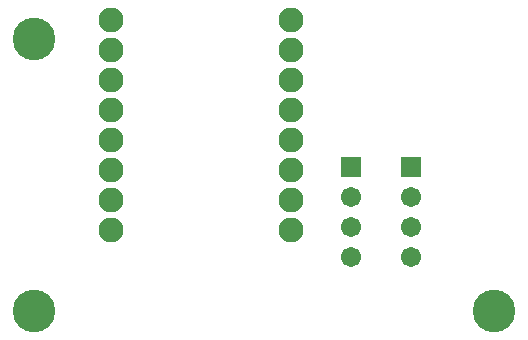
<source format=gbr>
%TF.GenerationSoftware,Altium Limited,Altium Designer,24.8.2 (39)*%
G04 Layer_Color=16711935*
%FSLAX45Y45*%
%MOMM*%
%TF.SameCoordinates,AEF890BE-CC7D-4D31-97F1-A5BAF979AF91*%
%TF.FilePolarity,Negative*%
%TF.FileFunction,Soldermask,Bot*%
%TF.Part,Single*%
G01*
G75*
%TA.AperFunction,ViaPad*%
%ADD20C,3.60320*%
%TA.AperFunction,ComponentPad*%
%ADD21C,1.70320*%
%ADD22R,1.70320X1.70320*%
%ADD23C,2.10820*%
D20*
X16200000Y9200000D02*
D03*
X12300000D02*
D03*
Y11500000D02*
D03*
D21*
X15494000Y9652000D02*
D03*
Y9906000D02*
D03*
Y10160000D02*
D03*
X14986000Y9652000D02*
D03*
Y9906000D02*
D03*
Y10160000D02*
D03*
D22*
X15494000Y10414000D02*
D03*
X14986000D02*
D03*
D23*
X12953999Y11658000D02*
D03*
Y11404000D02*
D03*
Y11150000D02*
D03*
Y10896000D02*
D03*
Y10642000D02*
D03*
Y10388000D02*
D03*
Y10134000D02*
D03*
Y9880000D02*
D03*
X14478000D02*
D03*
Y10134000D02*
D03*
Y10388000D02*
D03*
Y10642000D02*
D03*
Y10896000D02*
D03*
Y11150000D02*
D03*
Y11404000D02*
D03*
Y11658000D02*
D03*
%TF.MD5,077240a839ad154f8685a47ddd8215ea*%
M02*

</source>
